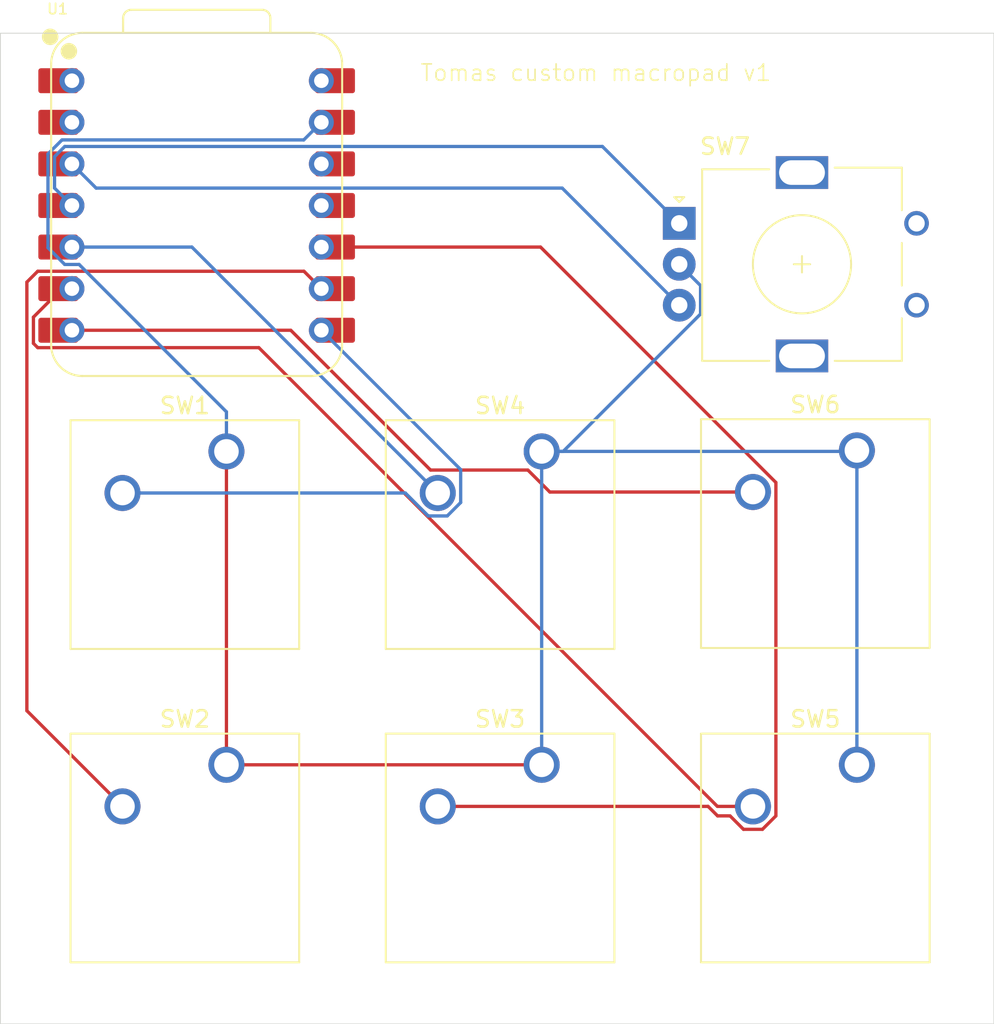
<source format=kicad_pcb>
(kicad_pcb (version 20241229) (generator "pcbnew") (generator_version "9.0")
  (layers (0 "F.Cu" signal) (2 "B.Cu" signal) (13 "F.Paste" user) (15 "B.Paste" user) (5 "F.SilkS" user "F.Silkscreen") (7 "B.SilkS" user "B.Silkscreen") (1 "F.Mask" user) (3 "B.Mask" user) (25 "Edge.Cuts" user))
  (net 0 "")
  (net 1 "GND")
  (net 2 "Net-(U1-GPIO1{slash}RX)")
  (net 3 "Net-(U1-GPIO2{slash}SCK)")
  (net 4 "Net-(U1-GPIO4{slash}MISO)")
  (net 5 "Net-(U1-GPIO6{slash}SDA)")
  (net 6 "Net-(U1-GPIO7{slash}SCL)")
  (net 7 "Net-(U1-GPIO0{slash}TX)")
  (net 8 "Net-(U1-GPIO29{slash}ADC3{slash}A3)")
  (net 9 "Net-(U1-GPIO28{slash}ADC2{slash}A2)")
  (net 10 "/SCL")
  (net 11 "+5V")
  (net 12 "/SDA")
  (footprint "Rotary_Encoder:RotaryEncoder_Alps_EC11E_Vertical_H20mm" (layer "F.Cu") (at 144.375 96.51)
    (property "Reference" "SW7" (at 2.8 -4.7 0) (layer "F.SilkS"))
    (property "Value" "RotaryEncoder")
    (fp_line (start -0.3 -1.6) (end 0.3 -1.6) (stroke (width 0.12)) (layer "F.SilkS"))
    (fp_line (start 0 -1.3) (end -0.3 -1.6) (stroke (width 0.12)) (layer "F.SilkS"))
    (fp_line (start 0.3 -1.6) (end 0 -1.3) (stroke (width 0.12)) (layer "F.SilkS"))
    (fp_line (start 1.4 -3.3) (end 1.4 8.4) (stroke (width 0.12)) (layer "F.SilkS"))
    (fp_line (start 5.5 -3.3) (end 1.4 -3.3) (stroke (width 0.12)) (layer "F.SilkS"))
    (fp_line (start 5.5 8.4) (end 1.4 8.4) (stroke (width 0.12)) (layer "F.SilkS"))
    (fp_line (start 7 2.5) (end 8 2.5) (stroke (width 0.12)) (layer "F.SilkS"))
    (fp_line (start 7.5 2) (end 7.5 3) (stroke (width 0.12)) (layer "F.SilkS"))
    (fp_line (start 9.5 -3.4) (end 13.6 -3.4) (stroke (width 0.12)) (layer "F.SilkS"))
    (fp_line (start 13.6 -3.4) (end 13.6 -0.8) (stroke (width 0.12)) (layer "F.SilkS"))
    (fp_line (start 13.6 1.2) (end 13.6 3.8) (stroke (width 0.12)) (layer "F.SilkS"))
    (fp_line (start 13.6 5.8) (end 13.6 8.4) (stroke (width 0.12)) (layer "F.SilkS"))
    (fp_line (start 13.6 8.4) (end 9.5 8.4) (stroke (width 0.12)) (layer "F.SilkS"))
    (fp_circle (center 7.5 2.5) (end 10.5 2.5) (stroke (width 0.12)) (fill no) (layer "F.SilkS"))
    (pad "" thru_hole circle (at 14.5 0) (size 1.5 1.5) (drill 1) (layers "*.Cu" "*.Mask"))
    (pad "" thru_hole circle (at 14.5 5) (size 1.5 1.5) (drill 1) (layers "*.Cu" "*.Mask"))
    (pad "A" thru_hole rect (at 0 0) (size 2 2) (drill 1) (layers "*.Cu" "*.Mask") (net 8 "Net-(U1-GPIO29{slash}ADC3{slash}A3)"))
    (pad "B" thru_hole circle (at 0 5) (size 2 2) (drill 1) (layers "*.Cu" "*.Mask") (net 9 "Net-(U1-GPIO28{slash}ADC2{slash}A2)"))
    (pad "C" thru_hole circle (at 0 2.5) (size 2 2) (drill 1) (layers "*.Cu" "*.Mask") (net 1 "GND"))
    (pad "MP" thru_hole rect (at 7.5 -3.1) (size 3.2 2) (drill oval 2.8 1.5) (layers "*.Cu" "*.Mask"))
    (pad "MP" thru_hole rect (at 7.5 8.1) (size 3.2 2) (drill oval 2.8 1.5) (layers "*.Cu" "*.Mask"))
  )
  (footprint "OPL:XIAO-RP2040-DIP" (layer "F.Cu") (at 114.89 95.42)
    (property "Reference" "U1" (at -8.5 -12 0) (layer "F.SilkS") (effects (font (size 0.635 0.635) (thickness 0.1016))))
    (property "Value" "XIAO-RP2040-DIP")
    (fp_line (start -8.89 8.509) (end -8.89 -8.636) (stroke (width 0.127)) (layer "F.SilkS"))
    (fp_line (start -6.985 10.414) (end 6.985 10.414) (stroke (width 0.127)) (layer "F.SilkS"))
    (fp_line (start -4.495 -10.541) (end -4.491272 -11.451272) (stroke (width 0.127)) (layer "F.SilkS"))
    (fp_line (start -3.991272 -11.951) (end 4.004 -11.951) (stroke (width 0.127)) (layer "F.SilkS"))
    (fp_line (start 4.504 -11.451) (end 4.504 -10.541) (stroke (width 0.127)) (layer "F.SilkS"))
    (fp_line (start 6.985 -10.541) (end -6.985 -10.541) (stroke (width 0.1)) (layer "F.SilkS"))
    (fp_line (start 6.985 -10.541) (end -6.985 -10.541) (stroke (width 0.127)) (layer "F.SilkS"))
    (fp_line (start 8.89 8.509) (end 8.89 -8.636) (stroke (width 0.127)) (layer "F.SilkS"))
    (fp_arc (start -8.89 -8.636) (mid -8.332038 -9.983038) (end -6.985 -10.541) (stroke (width 0.127)) (layer "F.SilkS"))
    (fp_arc (start -6.985 10.414) (mid -8.332038 9.856038) (end -8.89 8.509) (stroke (width 0.127)) (layer "F.SilkS"))
    (fp_arc (start -4.491272 -11.451272) (mid -4.344728 -11.80464) (end -3.991272 -11.951) (stroke (width 0.127)) (layer "F.SilkS"))
    (fp_arc (start 4.004 -11.951) (mid 4.357553 -11.804553) (end 4.504 -11.451) (stroke (width 0.127)) (layer "F.SilkS"))
    (fp_arc (start 6.985 -10.541) (mid 8.332038 -9.983038) (end 8.89 -8.636) (stroke (width 0.127)) (layer "F.SilkS"))
    (fp_arc (start 8.89 8.509) (mid 8.332038 9.856038) (end 6.985 10.414) (stroke (width 0.127)) (layer "F.SilkS"))
    (fp_circle (center -8.95 -10.3) (end -8.95 -10.554) (stroke (width 0.5)) (fill yes) (layer "F.SilkS"))
    (fp_circle (center -7.807 -9.42) (end -7.807 -9.674) (stroke (width 0.5)) (fill yes) (layer "F.SilkS"))
    (pad "1" smd roundrect (at -8.455 -7.62 180) (size 2.432 1.524) (layers "F.Cu" "F.Mask") (roundrect_rratio 0.1) (net 10 "/SCL"))
    (pad "1" thru_hole circle (at -7.62 -7.62 180) (size 1.524 1.524) (drill 0.889) (layers "*.Cu" "*.Mask") (net 10 "/SCL"))
    (pad "2" smd roundrect (at -8.455 -5.08 180) (size 2.432 1.524) (layers "F.Cu" "F.Mask") (roundrect_rratio 0.1) (net 12 "/SDA"))
    (pad "2" thru_hole circle (at -7.62 -5.08 180) (size 1.524 1.524) (drill 0.889) (layers "*.Cu" "*.Mask") (net 12 "/SDA"))
    (pad "3" smd roundrect (at -8.455 -2.54 180) (size 2.432 1.524) (layers "F.Cu" "F.Mask") (roundrect_rratio 0.1) (net 9 "Net-(U1-GPIO28{slash}ADC2{slash}A2)"))
    (pad "3" thru_hole circle (at -7.62 -2.54 180) (size 1.524 1.524) (drill 0.889) (layers "*.Cu" "*.Mask") (net 9 "Net-(U1-GPIO28{slash}ADC2{slash}A2)"))
    (pad "4" smd roundrect (at -8.455 0 180) (size 2.432 1.524) (layers "F.Cu" "F.Mask") (roundrect_rratio 0.1) (net 8 "Net-(U1-GPIO29{slash}ADC3{slash}A3)"))
    (pad "4" thru_hole circle (at -7.62 0 180) (size 1.524 1.524) (drill 0.889) (layers "*.Cu" "*.Mask") (net 8 "Net-(U1-GPIO29{slash}ADC3{slash}A3)"))
    (pad "5" smd roundrect (at -8.455 2.54 180) (size 2.432 1.524) (layers "F.Cu" "F.Mask") (roundrect_rratio 0.1) (net 5 "Net-(U1-GPIO6{slash}SDA)"))
    (pad "5" thru_hole circle (at -7.62 2.54 180) (size 1.524 1.524) (drill 0.889) (layers "*.Cu" "*.Mask") (net 5 "Net-(U1-GPIO6{slash}SDA)"))
    (pad "6" smd roundrect (at -8.455 5.08 180) (size 2.432 1.524) (layers "F.Cu" "F.Mask") (roundrect_rratio 0.1) (net 6 "Net-(U1-GPIO7{slash}SCL)"))
    (pad "6" thru_hole circle (at -7.62 5.08 180) (size 1.524 1.524) (drill 0.889) (layers "*.Cu" "*.Mask") (net 6 "Net-(U1-GPIO7{slash}SCL)"))
    (pad "7" smd roundrect (at -8.455 7.62 180) (size 2.432 1.524) (layers "F.Cu" "F.Mask") (roundrect_rratio 0.1) (net 7 "Net-(U1-GPIO0{slash}TX)"))
    (pad "7" thru_hole circle (at -7.62 7.62 180) (size 1.524 1.524) (drill 0.889) (layers "*.Cu" "*.Mask") (net 7 "Net-(U1-GPIO0{slash}TX)"))
    (pad "8" thru_hole circle (at 7.62 7.62) (size 1.524 1.524) (drill 0.889) (layers "*.Cu" "*.Mask") (net 2 "Net-(U1-GPIO1{slash}RX)"))
    (pad "8" smd roundrect (at 8.455 7.62) (size 2.432 1.524) (layers "F.Cu" "F.Mask") (roundrect_rratio 0.1) (net 2 "Net-(U1-GPIO1{slash}RX)"))
    (pad "9" thru_hole circle (at 7.62 5.08) (size 1.524 1.524) (drill 0.889) (layers "*.Cu" "*.Mask") (net 3 "Net-(U1-GPIO2{slash}SCK)"))
    (pad "9" smd roundrect (at 8.455 5.08) (size 2.432 1.524) (layers "F.Cu" "F.Mask") (roundrect_rratio 0.1) (net 3 "Net-(U1-GPIO2{slash}SCK)"))
    (pad "10" thru_hole circle (at 7.62 2.54) (size 1.524 1.524) (drill 0.889) (layers "*.Cu" "*.Mask") (net 4 "Net-(U1-GPIO4{slash}MISO)"))
    (pad "10" smd roundrect (at 8.455 2.54) (size 2.432 1.524) (layers "F.Cu" "F.Mask") (roundrect_rratio 0.1) (net 4 "Net-(U1-GPIO4{slash}MISO)"))
    (pad "11" thru_hole circle (at 7.62 0) (size 1.524 1.524) (drill 0.889) (layers "*.Cu" "*.Mask"))
    (pad "11" smd roundrect (at 8.455 0) (size 2.432 1.524) (layers "F.Cu" "F.Mask") (roundrect_rratio 0.1))
    (pad "12" thru_hole circle (at 7.62 -2.54) (size 1.524 1.524) (drill 0.889) (layers "*.Cu" "*.Mask"))
    (pad "12" smd roundrect (at 8.455 -2.54) (size 2.432 1.524) (layers "F.Cu" "F.Mask") (roundrect_rratio 0.1))
    (pad "13" thru_hole circle (at 7.62 -5.08) (size 1.524 1.524) (drill 0.889) (layers "*.Cu" "*.Mask") (net 1 "GND"))
    (pad "13" smd roundrect (at 8.455 -5.08) (size 2.432 1.524) (layers "F.Cu" "F.Mask") (roundrect_rratio 0.1) (net 1 "GND"))
    (pad "14" thru_hole circle (at 7.62 -7.62) (size 1.524 1.524) (drill 0.889) (layers "*.Cu" "*.Mask") (net 11 "+5V"))
    (pad "14" smd roundrect (at 8.455 -7.62) (size 2.432 1.524) (layers "F.Cu" "F.Mask") (roundrect_rratio 0.1) (net 11 "+5V"))
  )
  (footprint "Button_Switch_Keyboard:SW_Cherry_MX_1.00u_PCB" (layer "F.Cu") (at 135.97 110.44)
    (property "Reference" "SW4" (at -2.54 -2.794 0) (layer "F.SilkS"))
    (property "Value" "SW_Push")
    (fp_line (start -9.525 -1.905) (end 4.445 -1.905) (stroke (width 0.12)) (layer "F.SilkS"))
    (fp_line (start -9.525 12.065) (end -9.525 -1.905) (stroke (width 0.12)) (layer "F.SilkS"))
    (fp_line (start 4.445 -1.905) (end 4.445 12.065) (stroke (width 0.12)) (layer "F.SilkS"))
    (fp_line (start 4.445 12.065) (end -9.525 12.065) (stroke (width 0.12)) (layer "F.SilkS"))
    (pad "" np_thru_hole circle (at -7.62 5.08) (size 1.7 1.7) (drill 1.7) (layers "*.Cu" "*.Mask"))
    (pad "" np_thru_hole circle (at -2.54 5.08) (size 4 4) (drill 4) (layers "*.Cu" "*.Mask"))
    (pad "" np_thru_hole circle (at 2.54 5.08) (size 1.7 1.7) (drill 1.7) (layers "*.Cu" "*.Mask"))
    (pad "1" thru_hole circle (at 0 0) (size 2.2 2.2) (drill 1.5) (layers "*.Cu" "*.Mask") (net 1 "GND"))
    (pad "2" thru_hole circle (at -6.35 2.54) (size 2.2 2.2) (drill 1.5) (layers "*.Cu" "*.Mask") (net 5 "Net-(U1-GPIO6{slash}SDA)"))
  )
  (footprint "Button_Switch_Keyboard:SW_Cherry_MX_1.00u_PCB" (layer "F.Cu") (at 116.71 110.44)
    (property "Reference" "SW1" (at -2.54 -2.794 0) (layer "F.SilkS"))
    (property "Value" "SW_Push")
    (fp_line (start -9.525 -1.905) (end 4.445 -1.905) (stroke (width 0.12)) (layer "F.SilkS"))
    (fp_line (start -9.525 12.065) (end -9.525 -1.905) (stroke (width 0.12)) (layer "F.SilkS"))
    (fp_line (start 4.445 -1.905) (end 4.445 12.065) (stroke (width 0.12)) (layer "F.SilkS"))
    (fp_line (start 4.445 12.065) (end -9.525 12.065) (stroke (width 0.12)) (layer "F.SilkS"))
    (pad "" np_thru_hole circle (at -7.62 5.08) (size 1.7 1.7) (drill 1.7) (layers "*.Cu" "*.Mask"))
    (pad "" np_thru_hole circle (at -2.54 5.08) (size 4 4) (drill 4) (layers "*.Cu" "*.Mask"))
    (pad "" np_thru_hole circle (at 2.54 5.08) (size 1.7 1.7) (drill 1.7) (layers "*.Cu" "*.Mask"))
    (pad "1" thru_hole circle (at 0 0) (size 2.2 2.2) (drill 1.5) (layers "*.Cu" "*.Mask") (net 1 "GND"))
    (pad "2" thru_hole circle (at -6.35 2.54) (size 2.2 2.2) (drill 1.5) (layers "*.Cu" "*.Mask") (net 2 "Net-(U1-GPIO1{slash}RX)"))
  )
  (footprint "Button_Switch_Keyboard:SW_Cherry_MX_1.00u_PCB" (layer "F.Cu") (at 135.97 129.58)
    (property "Reference" "SW3" (at -2.54 -2.794 0) (layer "F.SilkS"))
    (property "Value" "SW_Push")
    (fp_line (start -9.525 -1.905) (end 4.445 -1.905) (stroke (width 0.12)) (layer "F.SilkS"))
    (fp_line (start -9.525 12.065) (end -9.525 -1.905) (stroke (width 0.12)) (layer "F.SilkS"))
    (fp_line (start 4.445 -1.905) (end 4.445 12.065) (stroke (width 0.12)) (layer "F.SilkS"))
    (fp_line (start 4.445 12.065) (end -9.525 12.065) (stroke (width 0.12)) (layer "F.SilkS"))
    (pad "" np_thru_hole circle (at -7.62 5.08) (size 1.7 1.7) (drill 1.7) (layers "*.Cu" "*.Mask"))
    (pad "" np_thru_hole circle (at -2.54 5.08) (size 4 4) (drill 4) (layers "*.Cu" "*.Mask"))
    (pad "" np_thru_hole circle (at 2.54 5.08) (size 1.7 1.7) (drill 1.7) (layers "*.Cu" "*.Mask"))
    (pad "1" thru_hole circle (at 0 0) (size 2.2 2.2) (drill 1.5) (layers "*.Cu" "*.Mask") (net 1 "GND"))
    (pad "2" thru_hole circle (at -6.35 2.54) (size 2.2 2.2) (drill 1.5) (layers "*.Cu" "*.Mask") (net 4 "Net-(U1-GPIO4{slash}MISO)"))
  )
  (footprint "Button_Switch_Keyboard:SW_Cherry_MX_1.00u_PCB" (layer "F.Cu") (at 116.71 129.58)
    (property "Reference" "SW2" (at -2.54 -2.794 0) (layer "F.SilkS"))
    (property "Value" "SW_Push")
    (fp_line (start -9.525 -1.905) (end 4.445 -1.905) (stroke (width 0.12)) (layer "F.SilkS"))
    (fp_line (start -9.525 12.065) (end -9.525 -1.905) (stroke (width 0.12)) (layer "F.SilkS"))
    (fp_line (start 4.445 -1.905) (end 4.445 12.065) (stroke (width 0.12)) (layer "F.SilkS"))
    (fp_line (start 4.445 12.065) (end -9.525 12.065) (stroke (width 0.12)) (layer "F.SilkS"))
    (pad "" np_thru_hole circle (at -7.62 5.08) (size 1.7 1.7) (drill 1.7) (layers "*.Cu" "*.Mask"))
    (pad "" np_thru_hole circle (at -2.54 5.08) (size 4 4) (drill 4) (layers "*.Cu" "*.Mask"))
    (pad "" np_thru_hole circle (at 2.54 5.08) (size 1.7 1.7) (drill 1.7) (layers "*.Cu" "*.Mask"))
    (pad "1" thru_hole circle (at 0 0) (size 2.2 2.2) (drill 1.5) (layers "*.Cu" "*.Mask") (net 1 "GND"))
    (pad "2" thru_hole circle (at -6.35 2.54) (size 2.2 2.2) (drill 1.5) (layers "*.Cu" "*.Mask") (net 3 "Net-(U1-GPIO2{slash}SCK)"))
  )
  (footprint "Button_Switch_Keyboard:SW_Cherry_MX_1.00u_PCB" (layer "F.Cu") (at 155.23 110.38)
    (property "Reference" "SW6" (at -2.54 -2.794 0) (layer "F.SilkS"))
    (property "Value" "SW_Push")
    (fp_line (start -9.525 -1.905) (end 4.445 -1.905) (stroke (width 0.12)) (layer "F.SilkS"))
    (fp_line (start -9.525 12.065) (end -9.525 -1.905) (stroke (width 0.12)) (layer "F.SilkS"))
    (fp_line (start 4.445 -1.905) (end 4.445 12.065) (stroke (width 0.12)) (layer "F.SilkS"))
    (fp_line (start 4.445 12.065) (end -9.525 12.065) (stroke (width 0.12)) (layer "F.SilkS"))
    (pad "" np_thru_hole circle (at -7.62 5.08) (size 1.7 1.7) (drill 1.7) (layers "*.Cu" "*.Mask"))
    (pad "" np_thru_hole circle (at -2.54 5.08) (size 4 4) (drill 4) (layers "*.Cu" "*.Mask"))
    (pad "" np_thru_hole circle (at 2.54 5.08) (size 1.7 1.7) (drill 1.7) (layers "*.Cu" "*.Mask"))
    (pad "1" thru_hole circle (at 0 0) (size 2.2 2.2) (drill 1.5) (layers "*.Cu" "*.Mask") (net 1 "GND"))
    (pad "2" thru_hole circle (at -6.35 2.54) (size 2.2 2.2) (drill 1.5) (layers "*.Cu" "*.Mask") (net 7 "Net-(U1-GPIO0{slash}TX)"))
  )
  (footprint "Button_Switch_Keyboard:SW_Cherry_MX_1.00u_PCB" (layer "F.Cu") (at 155.23 129.58)
    (property "Reference" "SW5" (at -2.54 -2.794 0) (layer "F.SilkS"))
    (property "Value" "SW_Push")
    (fp_line (start -9.525 -1.905) (end 4.445 -1.905) (stroke (width 0.12)) (layer "F.SilkS"))
    (fp_line (start -9.525 12.065) (end -9.525 -1.905) (stroke (width 0.12)) (layer "F.SilkS"))
    (fp_line (start 4.445 -1.905) (end 4.445 12.065) (stroke (width 0.12)) (layer "F.SilkS"))
    (fp_line (start 4.445 12.065) (end -9.525 12.065) (stroke (width 0.12)) (layer "F.SilkS"))
    (pad "" np_thru_hole circle (at -7.62 5.08) (size 1.7 1.7) (drill 1.7) (layers "*.Cu" "*.Mask"))
    (pad "" np_thru_hole circle (at -2.54 5.08) (size 4 4) (drill 4) (layers "*.Cu" "*.Mask"))
    (pad "" np_thru_hole circle (at 2.54 5.08) (size 1.7 1.7) (drill 1.7) (layers "*.Cu" "*.Mask"))
    (pad "1" thru_hole circle (at 0 0) (size 2.2 2.2) (drill 1.5) (layers "*.Cu" "*.Mask") (net 1 "GND"))
    (pad "2" thru_hole circle (at -6.35 2.54) (size 2.2 2.2) (drill 1.5) (layers "*.Cu" "*.Mask") (net 6 "Net-(U1-GPIO7{slash}SCL)"))
  )
  (gr_rect (start 102.9 84.9) (end 163.6 145.4) (stroke (width 0.05)) (fill no) (layer "Edge.Cuts"))
  (gr_text "Tomas custom macropad v1" (at 128.5 87.9 0) (layer "F.SilkS") (effects (font (size 1 1) (thickness 0.1)) (justify left bottom)))
  (segment (start 116.71 129.58) (end 135.97 129.58) (width 0.2) (layer "F.Cu") (net 1))
  (segment (start 116.71 129.58) (end 116.71 110.44) (width 0.2) (layer "F.Cu") (net 1))
  (segment (start 105.806 97.99931) (end 105.806 92.27359) (width 0.2) (layer "B.Cu") (net 1))
  (segment (start 145.676 100.311) (end 144.375 99.01) (width 0.2) (layer "B.Cu") (net 1))
  (segment (start 155.17 110.44) (end 155.23 110.38) (width 0.2) (layer "B.Cu") (net 1))
  (segment (start 107.71031 99.023) (end 106.82969 99.023) (width 0.2) (layer "B.Cu") (net 1))
  (segment (start 106.82969 99.023) (end 105.806 97.99931) (width 0.2) (layer "B.Cu") (net 1))
  (segment (start 137.284892 110.44) (end 145.676 102.048892) (width 0.2) (layer "B.Cu") (net 1))
  (segment (start 116.71 108.02269) (end 107.71031 99.023) (width 0.2) (layer "B.Cu") (net 1))
  (segment (start 135.97 129.58) (end 135.97 110.44) (width 0.2) (layer "B.Cu") (net 1))
  (segment (start 145.676 102.048892) (end 145.676 100.311) (width 0.2) (layer "B.Cu") (net 1))
  (segment (start 116.71 110.44) (end 116.71 108.02269) (width 0.2) (layer "B.Cu") (net 1))
  (segment (start 155.23 110.38) (end 155.23 129.58) (width 0.2) (layer "B.Cu") (net 1))
  (segment (start 135.97 110.44) (end 137.284892 110.44) (width 0.2) (layer "B.Cu") (net 1))
  (segment (start 121.434 91.416) (end 122.51 90.34) (width 0.2) (layer "B.Cu") (net 1))
  (segment (start 106.66359 91.416) (end 121.434 91.416) (width 0.2) (layer "B.Cu") (net 1))
  (segment (start 135.97 110.44) (end 155.17 110.44) (width 0.2) (layer "B.Cu") (net 1))
  (segment (start 105.806 92.27359) (end 106.66359 91.416) (width 0.2) (layer "B.Cu") (net 1))
  (segment (start 131.021 111.551) (end 131.021 113.560314) (width 0.2) (layer "B.Cu") (net 2))
  (segment (start 130.200314 114.381) (end 129.039686 114.381) (width 0.2) (layer "B.Cu") (net 2))
  (segment (start 122.51 103.04) (end 131.021 111.551) (width 0.2) (layer "B.Cu") (net 2))
  (segment (start 131.021 113.560314) (end 130.200314 114.381) (width 0.2) (layer "B.Cu") (net 2))
  (segment (start 127.638686 112.98) (end 110.36 112.98) (width 0.2) (layer "B.Cu") (net 2))
  (segment (start 129.039686 114.381) (end 127.638686 112.98) (width 0.2) (layer "B.Cu") (net 2))
  (segment (start 121.447 99.437) (end 105.179374 99.437) (width 0.2) (layer "F.Cu") (net 3))
  (segment (start 104.517 100.099374) (end 104.517 126.277) (width 0.2) (layer "F.Cu") (net 3))
  (segment (start 105.179374 99.437) (end 104.517 100.099374) (width 0.2) (layer "F.Cu") (net 3))
  (segment (start 122.51 100.5) (end 121.447 99.437) (width 0.2) (layer "F.Cu") (net 3))
  (segment (start 104.517 126.277) (end 110.36 132.12) (width 0.2) (layer "F.Cu") (net 3))
  (segment (start 150.281 132.700314) (end 150.281 112.339686) (width 0.2) (layer "F.Cu") (net 4))
  (segment (start 150.281 112.339686) (end 135.901314 97.96) (width 0.2) (layer "F.Cu") (net 4))
  (segment (start 149.460314 133.521) (end 150.281 132.700314) (width 0.2) (layer "F.Cu") (net 4))
  (segment (start 147.479 132.700314) (end 148.299686 133.521) (width 0.2) (layer "F.Cu") (net 4))
  (segment (start 135.901314 97.96) (end 122.51 97.96) (width 0.2) (layer "F.Cu") (net 4))
  (segment (start 129.62 132.12) (end 146.138084 132.12) (width 0.2) (layer "F.Cu") (net 4))
  (segment (start 148.299686 133.521) (end 149.460314 133.521) (width 0.2) (layer "F.Cu") (net 4))
  (segment (start 146.138084 132.12) (end 146.718398 132.700314) (width 0.2) (layer "F.Cu") (net 4))
  (segment (start 146.718398 132.700314) (end 147.479 132.700314) (width 0.2) (layer "F.Cu") (net 4))
  (segment (start 114.6 97.96) (end 129.62 112.98) (width 0.2) (layer "B.Cu") (net 5))
  (segment (start 107.27 97.96) (end 114.6 97.96) (width 0.2) (layer "B.Cu") (net 5))
  (segment (start 105.179374 104.103) (end 118.688184 104.103) (width 0.2) (layer "F.Cu") (net 6))
  (segment (start 104.918 102.238374) (end 104.918 103.841626) (width 0.2) (layer "F.Cu") (net 6))
  (segment (start 146.705184 132.12) (end 148.88 132.12) (width 0.2) (layer "F.Cu") (net 6))
  (segment (start 106.656374 100.5) (end 104.918 102.238374) (width 0.2) (layer "F.Cu") (net 6))
  (segment (start 107.27 100.5) (end 106.656374 100.5) (width 0.2) (layer "F.Cu") (net 6))
  (segment (start 118.688184 104.103) (end 146.705184 132.12) (width 0.2) (layer "F.Cu") (net 6))
  (segment (start 104.918 103.841626) (end 105.179374 104.103) (width 0.2) (layer "F.Cu") (net 6))
  (segment (start 135.127686 111.579) (end 136.468686 112.92) (width 0.2) (layer "F.Cu") (net 7))
  (segment (start 136.468686 112.92) (end 148.88 112.92) (width 0.2) (layer "F.Cu") (net 7))
  (segment (start 107.27 103.04) (end 120.64 103.04) (width 0.2) (layer "F.Cu") (net 7))
  (segment (start 120.64 103.04) (end 129.179 111.579) (width 0.2) (layer "F.Cu") (net 7))
  (segment (start 129.179 111.579) (end 135.127686 111.579) (width 0.2) (layer "F.Cu") (net 7))
  (segment (start 106.207 94.357) (end 106.207 92.43969) (width 0.2) (layer "B.Cu") (net 8))
  (segment (start 106.207 92.43969) (end 106.82969 91.817) (width 0.2) (layer "B.Cu") (net 8))
  (segment (start 139.682 91.817) (end 144.375 96.51) (width 0.2) (layer "B.Cu") (net 8))
  (segment (start 106.82969 91.817) (end 139.682 91.817) (width 0.2) (layer "B.Cu") (net 8))
  (segment (start 107.27 95.42) (end 106.207 94.357) (width 0.2) (layer "B.Cu") (net 8))
  (segment (start 137.222 94.357) (end 144.375 101.51) (width 0.2) (layer "B.Cu") (net 9))
  (segment (start 108.747 94.357) (end 137.222 94.357) (width 0.2) (layer "B.Cu") (net 9))
  (segment (start 107.27 92.88) (end 108.747 94.357) (width 0.2) (layer "B.Cu") (net 9))
)
</source>
